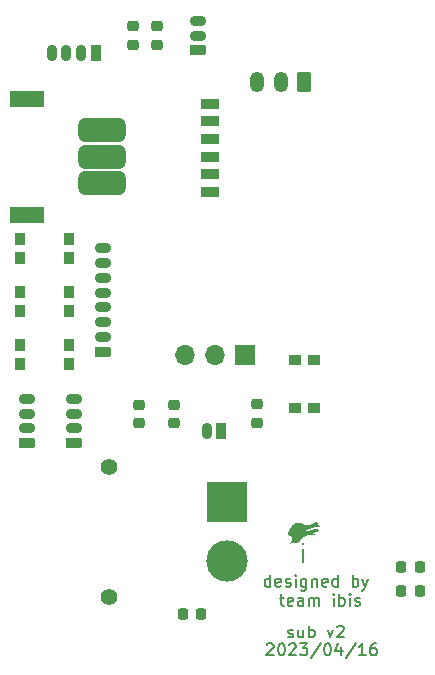
<source format=gbr>
%TF.GenerationSoftware,KiCad,Pcbnew,(6.0.8)*%
%TF.CreationDate,2023-04-16T02:33:25+09:00*%
%TF.ProjectId,ORION_sub_v2,4f52494f-4e5f-4737-9562-5f76322e6b69,rev?*%
%TF.SameCoordinates,Original*%
%TF.FileFunction,Soldermask,Top*%
%TF.FilePolarity,Negative*%
%FSLAX46Y46*%
G04 Gerber Fmt 4.6, Leading zero omitted, Abs format (unit mm)*
G04 Created by KiCad (PCBNEW (6.0.8)) date 2023-04-16 02:33:25*
%MOMM*%
%LPD*%
G01*
G04 APERTURE LIST*
G04 Aperture macros list*
%AMRoundRect*
0 Rectangle with rounded corners*
0 $1 Rounding radius*
0 $2 $3 $4 $5 $6 $7 $8 $9 X,Y pos of 4 corners*
0 Add a 4 corners polygon primitive as box body*
4,1,4,$2,$3,$4,$5,$6,$7,$8,$9,$2,$3,0*
0 Add four circle primitives for the rounded corners*
1,1,$1+$1,$2,$3*
1,1,$1+$1,$4,$5*
1,1,$1+$1,$6,$7*
1,1,$1+$1,$8,$9*
0 Add four rect primitives between the rounded corners*
20,1,$1+$1,$2,$3,$4,$5,0*
20,1,$1+$1,$4,$5,$6,$7,0*
20,1,$1+$1,$6,$7,$8,$9,0*
20,1,$1+$1,$8,$9,$2,$3,0*%
G04 Aperture macros list end*
%ADD10C,0.150000*%
%ADD11R,0.900000X1.000000*%
%ADD12RoundRect,0.218750X0.256250X-0.218750X0.256250X0.218750X-0.256250X0.218750X-0.256250X-0.218750X0*%
%ADD13RoundRect,0.218750X-0.218750X-0.256250X0.218750X-0.256250X0.218750X0.256250X-0.218750X0.256250X0*%
%ADD14RoundRect,0.225000X0.475000X-0.225000X0.475000X0.225000X-0.475000X0.225000X-0.475000X-0.225000X0*%
%ADD15O,1.400000X0.900000*%
%ADD16RoundRect,0.225000X0.225000X0.475000X-0.225000X0.475000X-0.225000X-0.475000X0.225000X-0.475000X0*%
%ADD17O,0.900000X1.400000*%
%ADD18RoundRect,0.218750X0.218750X0.256250X-0.218750X0.256250X-0.218750X-0.256250X0.218750X-0.256250X0*%
%ADD19R,1.450000X1.100000*%
%ADD20R,2.899999X1.350000*%
%ADD21RoundRect,0.218750X-0.256250X0.218750X-0.256250X-0.218750X0.256250X-0.218750X0.256250X0.218750X0*%
%ADD22R,1.700000X1.700000*%
%ADD23O,1.700000X1.700000*%
%ADD24R,1.000000X0.900000*%
%ADD25RoundRect,0.250000X0.350000X0.625000X-0.350000X0.625000X-0.350000X-0.625000X0.350000X-0.625000X0*%
%ADD26O,1.200000X1.750000*%
%ADD27C,1.400000*%
%ADD28R,3.500000X3.500000*%
%ADD29C,3.500000*%
%ADD30RoundRect,0.225000X-0.575000X0.225000X-0.575000X-0.225000X0.575000X-0.225000X0.575000X0.225000X0*%
%ADD31RoundRect,0.500000X1.500000X0.500000X-1.500000X0.500000X-1.500000X-0.500000X1.500000X-0.500000X0*%
%ADD32RoundRect,0.375000X0.375000X0.375000X-0.375000X0.375000X-0.375000X-0.375000X0.375000X-0.375000X0*%
G04 APERTURE END LIST*
D10*
X116333333Y-109047619D02*
X116380952Y-109000000D01*
X116476190Y-108952380D01*
X116714285Y-108952380D01*
X116809523Y-109000000D01*
X116857142Y-109047619D01*
X116904761Y-109142857D01*
X116904761Y-109238095D01*
X116857142Y-109380952D01*
X116285714Y-109952380D01*
X116904761Y-109952380D01*
X117523809Y-108952380D02*
X117619047Y-108952380D01*
X117714285Y-109000000D01*
X117761904Y-109047619D01*
X117809523Y-109142857D01*
X117857142Y-109333333D01*
X117857142Y-109571428D01*
X117809523Y-109761904D01*
X117761904Y-109857142D01*
X117714285Y-109904761D01*
X117619047Y-109952380D01*
X117523809Y-109952380D01*
X117428571Y-109904761D01*
X117380952Y-109857142D01*
X117333333Y-109761904D01*
X117285714Y-109571428D01*
X117285714Y-109333333D01*
X117333333Y-109142857D01*
X117380952Y-109047619D01*
X117428571Y-109000000D01*
X117523809Y-108952380D01*
X118238095Y-109047619D02*
X118285714Y-109000000D01*
X118380952Y-108952380D01*
X118619047Y-108952380D01*
X118714285Y-109000000D01*
X118761904Y-109047619D01*
X118809523Y-109142857D01*
X118809523Y-109238095D01*
X118761904Y-109380952D01*
X118190476Y-109952380D01*
X118809523Y-109952380D01*
X119142857Y-108952380D02*
X119761904Y-108952380D01*
X119428571Y-109333333D01*
X119571428Y-109333333D01*
X119666666Y-109380952D01*
X119714285Y-109428571D01*
X119761904Y-109523809D01*
X119761904Y-109761904D01*
X119714285Y-109857142D01*
X119666666Y-109904761D01*
X119571428Y-109952380D01*
X119285714Y-109952380D01*
X119190476Y-109904761D01*
X119142857Y-109857142D01*
X120904761Y-108904761D02*
X120047619Y-110190476D01*
X121428571Y-108952380D02*
X121523809Y-108952380D01*
X121619047Y-109000000D01*
X121666666Y-109047619D01*
X121714285Y-109142857D01*
X121761904Y-109333333D01*
X121761904Y-109571428D01*
X121714285Y-109761904D01*
X121666666Y-109857142D01*
X121619047Y-109904761D01*
X121523809Y-109952380D01*
X121428571Y-109952380D01*
X121333333Y-109904761D01*
X121285714Y-109857142D01*
X121238095Y-109761904D01*
X121190476Y-109571428D01*
X121190476Y-109333333D01*
X121238095Y-109142857D01*
X121285714Y-109047619D01*
X121333333Y-109000000D01*
X121428571Y-108952380D01*
X122619047Y-109285714D02*
X122619047Y-109952380D01*
X122380952Y-108904761D02*
X122142857Y-109619047D01*
X122761904Y-109619047D01*
X123857142Y-108904761D02*
X123000000Y-110190476D01*
X124714285Y-109952380D02*
X124142857Y-109952380D01*
X124428571Y-109952380D02*
X124428571Y-108952380D01*
X124333333Y-109095238D01*
X124238095Y-109190476D01*
X124142857Y-109238095D01*
X125571428Y-108952380D02*
X125380952Y-108952380D01*
X125285714Y-109000000D01*
X125238095Y-109047619D01*
X125142857Y-109190476D01*
X125095238Y-109380952D01*
X125095238Y-109761904D01*
X125142857Y-109857142D01*
X125190476Y-109904761D01*
X125285714Y-109952380D01*
X125476190Y-109952380D01*
X125571428Y-109904761D01*
X125619047Y-109857142D01*
X125666666Y-109761904D01*
X125666666Y-109523809D01*
X125619047Y-109428571D01*
X125571428Y-109380952D01*
X125476190Y-109333333D01*
X125285714Y-109333333D01*
X125190476Y-109380952D01*
X125142857Y-109428571D01*
X125095238Y-109523809D01*
X118142857Y-108404761D02*
X118238095Y-108452380D01*
X118428571Y-108452380D01*
X118523809Y-108404761D01*
X118571428Y-108309523D01*
X118571428Y-108261904D01*
X118523809Y-108166666D01*
X118428571Y-108119047D01*
X118285714Y-108119047D01*
X118190476Y-108071428D01*
X118142857Y-107976190D01*
X118142857Y-107928571D01*
X118190476Y-107833333D01*
X118285714Y-107785714D01*
X118428571Y-107785714D01*
X118523809Y-107833333D01*
X119428571Y-107785714D02*
X119428571Y-108452380D01*
X119000000Y-107785714D02*
X119000000Y-108309523D01*
X119047619Y-108404761D01*
X119142857Y-108452380D01*
X119285714Y-108452380D01*
X119380952Y-108404761D01*
X119428571Y-108357142D01*
X119904761Y-108452380D02*
X119904761Y-107452380D01*
X119904761Y-107833333D02*
X120000000Y-107785714D01*
X120190476Y-107785714D01*
X120285714Y-107833333D01*
X120333333Y-107880952D01*
X120380952Y-107976190D01*
X120380952Y-108261904D01*
X120333333Y-108357142D01*
X120285714Y-108404761D01*
X120190476Y-108452380D01*
X120000000Y-108452380D01*
X119904761Y-108404761D01*
X121476190Y-107785714D02*
X121714285Y-108452380D01*
X121952380Y-107785714D01*
X122285714Y-107547619D02*
X122333333Y-107500000D01*
X122428571Y-107452380D01*
X122666666Y-107452380D01*
X122761904Y-107500000D01*
X122809523Y-107547619D01*
X122857142Y-107642857D01*
X122857142Y-107738095D01*
X122809523Y-107880952D01*
X122238095Y-108452380D01*
X122857142Y-108452380D01*
X116642857Y-104147380D02*
X116642857Y-103147380D01*
X116642857Y-104099761D02*
X116547619Y-104147380D01*
X116357142Y-104147380D01*
X116261904Y-104099761D01*
X116214285Y-104052142D01*
X116166666Y-103956904D01*
X116166666Y-103671190D01*
X116214285Y-103575952D01*
X116261904Y-103528333D01*
X116357142Y-103480714D01*
X116547619Y-103480714D01*
X116642857Y-103528333D01*
X117500000Y-104099761D02*
X117404761Y-104147380D01*
X117214285Y-104147380D01*
X117119047Y-104099761D01*
X117071428Y-104004523D01*
X117071428Y-103623571D01*
X117119047Y-103528333D01*
X117214285Y-103480714D01*
X117404761Y-103480714D01*
X117500000Y-103528333D01*
X117547619Y-103623571D01*
X117547619Y-103718809D01*
X117071428Y-103814047D01*
X117928571Y-104099761D02*
X118023809Y-104147380D01*
X118214285Y-104147380D01*
X118309523Y-104099761D01*
X118357142Y-104004523D01*
X118357142Y-103956904D01*
X118309523Y-103861666D01*
X118214285Y-103814047D01*
X118071428Y-103814047D01*
X117976190Y-103766428D01*
X117928571Y-103671190D01*
X117928571Y-103623571D01*
X117976190Y-103528333D01*
X118071428Y-103480714D01*
X118214285Y-103480714D01*
X118309523Y-103528333D01*
X118785714Y-104147380D02*
X118785714Y-103480714D01*
X118785714Y-103147380D02*
X118738095Y-103195000D01*
X118785714Y-103242619D01*
X118833333Y-103195000D01*
X118785714Y-103147380D01*
X118785714Y-103242619D01*
X119690476Y-103480714D02*
X119690476Y-104290238D01*
X119642857Y-104385476D01*
X119595238Y-104433095D01*
X119500000Y-104480714D01*
X119357142Y-104480714D01*
X119261904Y-104433095D01*
X119690476Y-104099761D02*
X119595238Y-104147380D01*
X119404761Y-104147380D01*
X119309523Y-104099761D01*
X119261904Y-104052142D01*
X119214285Y-103956904D01*
X119214285Y-103671190D01*
X119261904Y-103575952D01*
X119309523Y-103528333D01*
X119404761Y-103480714D01*
X119595238Y-103480714D01*
X119690476Y-103528333D01*
X120166666Y-103480714D02*
X120166666Y-104147380D01*
X120166666Y-103575952D02*
X120214285Y-103528333D01*
X120309523Y-103480714D01*
X120452380Y-103480714D01*
X120547619Y-103528333D01*
X120595238Y-103623571D01*
X120595238Y-104147380D01*
X121452380Y-104099761D02*
X121357142Y-104147380D01*
X121166666Y-104147380D01*
X121071428Y-104099761D01*
X121023809Y-104004523D01*
X121023809Y-103623571D01*
X121071428Y-103528333D01*
X121166666Y-103480714D01*
X121357142Y-103480714D01*
X121452380Y-103528333D01*
X121500000Y-103623571D01*
X121500000Y-103718809D01*
X121023809Y-103814047D01*
X122357142Y-104147380D02*
X122357142Y-103147380D01*
X122357142Y-104099761D02*
X122261904Y-104147380D01*
X122071428Y-104147380D01*
X121976190Y-104099761D01*
X121928571Y-104052142D01*
X121880952Y-103956904D01*
X121880952Y-103671190D01*
X121928571Y-103575952D01*
X121976190Y-103528333D01*
X122071428Y-103480714D01*
X122261904Y-103480714D01*
X122357142Y-103528333D01*
X123595238Y-104147380D02*
X123595238Y-103147380D01*
X123595238Y-103528333D02*
X123690476Y-103480714D01*
X123880952Y-103480714D01*
X123976190Y-103528333D01*
X124023809Y-103575952D01*
X124071428Y-103671190D01*
X124071428Y-103956904D01*
X124023809Y-104052142D01*
X123976190Y-104099761D01*
X123880952Y-104147380D01*
X123690476Y-104147380D01*
X123595238Y-104099761D01*
X124404761Y-103480714D02*
X124642857Y-104147380D01*
X124880952Y-103480714D02*
X124642857Y-104147380D01*
X124547619Y-104385476D01*
X124500000Y-104433095D01*
X124404761Y-104480714D01*
X117428571Y-105090714D02*
X117809523Y-105090714D01*
X117571428Y-104757380D02*
X117571428Y-105614523D01*
X117619047Y-105709761D01*
X117714285Y-105757380D01*
X117809523Y-105757380D01*
X118523809Y-105709761D02*
X118428571Y-105757380D01*
X118238095Y-105757380D01*
X118142857Y-105709761D01*
X118095238Y-105614523D01*
X118095238Y-105233571D01*
X118142857Y-105138333D01*
X118238095Y-105090714D01*
X118428571Y-105090714D01*
X118523809Y-105138333D01*
X118571428Y-105233571D01*
X118571428Y-105328809D01*
X118095238Y-105424047D01*
X119428571Y-105757380D02*
X119428571Y-105233571D01*
X119380952Y-105138333D01*
X119285714Y-105090714D01*
X119095238Y-105090714D01*
X119000000Y-105138333D01*
X119428571Y-105709761D02*
X119333333Y-105757380D01*
X119095238Y-105757380D01*
X119000000Y-105709761D01*
X118952380Y-105614523D01*
X118952380Y-105519285D01*
X119000000Y-105424047D01*
X119095238Y-105376428D01*
X119333333Y-105376428D01*
X119428571Y-105328809D01*
X119904761Y-105757380D02*
X119904761Y-105090714D01*
X119904761Y-105185952D02*
X119952380Y-105138333D01*
X120047619Y-105090714D01*
X120190476Y-105090714D01*
X120285714Y-105138333D01*
X120333333Y-105233571D01*
X120333333Y-105757380D01*
X120333333Y-105233571D02*
X120380952Y-105138333D01*
X120476190Y-105090714D01*
X120619047Y-105090714D01*
X120714285Y-105138333D01*
X120761904Y-105233571D01*
X120761904Y-105757380D01*
X122000000Y-105757380D02*
X122000000Y-105090714D01*
X122000000Y-104757380D02*
X121952380Y-104805000D01*
X122000000Y-104852619D01*
X122047619Y-104805000D01*
X122000000Y-104757380D01*
X122000000Y-104852619D01*
X122476190Y-105757380D02*
X122476190Y-104757380D01*
X122476190Y-105138333D02*
X122571428Y-105090714D01*
X122761904Y-105090714D01*
X122857142Y-105138333D01*
X122904761Y-105185952D01*
X122952380Y-105281190D01*
X122952380Y-105566904D01*
X122904761Y-105662142D01*
X122857142Y-105709761D01*
X122761904Y-105757380D01*
X122571428Y-105757380D01*
X122476190Y-105709761D01*
X123380952Y-105757380D02*
X123380952Y-105090714D01*
X123380952Y-104757380D02*
X123333333Y-104805000D01*
X123380952Y-104852619D01*
X123428571Y-104805000D01*
X123380952Y-104757380D01*
X123380952Y-104852619D01*
X123809523Y-105709761D02*
X123904761Y-105757380D01*
X124095238Y-105757380D01*
X124190476Y-105709761D01*
X124238095Y-105614523D01*
X124238095Y-105566904D01*
X124190476Y-105471666D01*
X124095238Y-105424047D01*
X123952380Y-105424047D01*
X123857142Y-105376428D01*
X123809523Y-105281190D01*
X123809523Y-105233571D01*
X123857142Y-105138333D01*
X123952380Y-105090714D01*
X124095238Y-105090714D01*
X124190476Y-105138333D01*
%TO.C,LG1*%
G36*
X119480152Y-100420086D02*
G01*
X119481314Y-100420703D01*
X119512723Y-100458036D01*
X119520000Y-100507603D01*
X119504814Y-100575459D01*
X119465635Y-100620617D01*
X119412023Y-100638659D01*
X119353544Y-100625167D01*
X119320000Y-100600000D01*
X119285212Y-100544531D01*
X119283530Y-100489794D01*
X119308568Y-100442884D01*
X119353942Y-100410898D01*
X119413264Y-100400933D01*
X119480152Y-100420086D01*
G37*
G36*
X120558410Y-98680438D02*
G01*
X120590118Y-98719863D01*
X120599627Y-98734172D01*
X120642152Y-98794779D01*
X120695247Y-98864773D01*
X120723575Y-98900039D01*
X120765599Y-98956701D01*
X120803551Y-99017682D01*
X120832990Y-99074229D01*
X120849477Y-99117589D01*
X120848571Y-99139009D01*
X120845268Y-99139912D01*
X120820188Y-99133621D01*
X120768115Y-99117100D01*
X120699666Y-99093739D01*
X120690000Y-99090334D01*
X120612511Y-99065605D01*
X120542136Y-99047724D01*
X120493700Y-99040438D01*
X120492575Y-99040421D01*
X120453524Y-99048813D01*
X120387534Y-99072064D01*
X120303259Y-99106792D01*
X120209357Y-99149612D01*
X120192575Y-99157688D01*
X120083330Y-99208517D01*
X119968057Y-99258538D01*
X119860894Y-99301811D01*
X119780000Y-99331085D01*
X119694765Y-99359686D01*
X119616681Y-99387058D01*
X119559063Y-99408496D01*
X119546977Y-99413397D01*
X119497745Y-99431638D01*
X119463436Y-99439950D01*
X119461977Y-99440000D01*
X119441156Y-99455514D01*
X119440000Y-99462798D01*
X119457726Y-99476685D01*
X119506493Y-99478157D01*
X119579685Y-99468287D01*
X119670685Y-99448144D01*
X119772876Y-99418800D01*
X119830000Y-99399642D01*
X120072906Y-99322344D01*
X120290192Y-99270790D01*
X120450000Y-99247897D01*
X120526902Y-99242409D01*
X120579742Y-99245105D01*
X120624116Y-99258949D01*
X120675620Y-99286905D01*
X120685023Y-99292558D01*
X120741852Y-99330805D01*
X120769463Y-99362080D01*
X120775356Y-99395274D01*
X120775023Y-99399214D01*
X120762972Y-99434701D01*
X120728662Y-99455329D01*
X120694918Y-99463918D01*
X120631234Y-99482686D01*
X120556622Y-99512320D01*
X120524918Y-99527293D01*
X120450060Y-99560752D01*
X120361400Y-99594449D01*
X120310000Y-99611317D01*
X120244464Y-99632361D01*
X120194608Y-99650776D01*
X120173650Y-99661078D01*
X120185883Y-99667350D01*
X120231100Y-99674624D01*
X120302327Y-99682038D01*
X120392590Y-99688731D01*
X120402228Y-99689317D01*
X120500812Y-99696436D01*
X120587730Y-99704986D01*
X120653524Y-99713888D01*
X120688578Y-99721993D01*
X120702912Y-99731792D01*
X120680861Y-99733486D01*
X120640000Y-99729656D01*
X120575572Y-99726851D01*
X120480861Y-99728625D01*
X120365230Y-99734270D01*
X120238044Y-99743078D01*
X120108667Y-99754339D01*
X119986465Y-99767346D01*
X119880802Y-99781389D01*
X119820712Y-99791648D01*
X119668132Y-99839747D01*
X119506338Y-99925726D01*
X119336481Y-100048829D01*
X119159711Y-100208301D01*
X119110000Y-100258473D01*
X119029335Y-100337785D01*
X118960747Y-100392236D01*
X118892361Y-100427261D01*
X118812307Y-100448293D01*
X118708711Y-100460766D01*
X118660000Y-100464440D01*
X118561262Y-100471903D01*
X118467294Y-100480174D01*
X118391685Y-100488003D01*
X118361302Y-100491894D01*
X118272605Y-100504906D01*
X118362121Y-100402576D01*
X118427117Y-100314675D01*
X118469913Y-100228388D01*
X118476293Y-100208063D01*
X118488105Y-100156699D01*
X118489216Y-100115771D01*
X118477331Y-100071094D01*
X118450154Y-100008485D01*
X118440760Y-99988492D01*
X118383509Y-99891893D01*
X118313654Y-99826718D01*
X118221253Y-99785374D01*
X118154069Y-99769443D01*
X118106349Y-99756320D01*
X118081166Y-99741259D01*
X118080000Y-99737927D01*
X118088867Y-99713660D01*
X118112694Y-99662905D01*
X118147316Y-99594305D01*
X118170346Y-99550414D01*
X118215282Y-99458505D01*
X118256073Y-99362064D01*
X118285824Y-99277811D01*
X118292111Y-99255261D01*
X118314706Y-99180223D01*
X118344200Y-99122976D01*
X118390380Y-99067288D01*
X118427943Y-99030000D01*
X118495944Y-98961892D01*
X118565830Y-98887224D01*
X118611987Y-98834491D01*
X118691616Y-98738982D01*
X118920808Y-98727292D01*
X119020153Y-98722633D01*
X119090096Y-98721643D01*
X119141178Y-98725815D01*
X119183937Y-98736641D01*
X119228913Y-98755612D01*
X119272404Y-98777069D01*
X119391440Y-98834761D01*
X119486843Y-98874855D01*
X119569268Y-98900355D01*
X119649368Y-98914267D01*
X119737797Y-98919597D01*
X119779082Y-98920000D01*
X119869477Y-98917891D01*
X119945163Y-98909451D01*
X120016189Y-98891510D01*
X120092603Y-98860897D01*
X120184453Y-98814442D01*
X120277654Y-98762691D01*
X120353761Y-98722613D01*
X120425165Y-98690221D01*
X120478406Y-98671521D01*
X120485286Y-98670025D01*
X120528151Y-98666454D01*
X120558410Y-98680438D01*
G37*
G36*
X120880000Y-99770000D02*
G01*
X120870000Y-99780000D01*
X120860000Y-99770000D01*
X120870000Y-99760000D01*
X120880000Y-99770000D01*
G37*
G36*
X116896624Y-97730173D02*
G01*
X116900000Y-97738819D01*
X116886766Y-97764936D01*
X116861116Y-97771190D01*
X116852789Y-97766122D01*
X116840623Y-97737090D01*
X116862029Y-97720580D01*
X116870000Y-97720000D01*
X116896624Y-97730173D01*
G37*
G36*
X119480000Y-102160000D02*
G01*
X119320000Y-102160000D01*
X119320000Y-100980000D01*
X119480000Y-100980000D01*
X119480000Y-102160000D01*
G37*
G36*
X120776909Y-99748090D02*
G01*
X120798212Y-99766681D01*
X120800000Y-99771180D01*
X120790508Y-99779400D01*
X120770747Y-99760981D01*
X120768090Y-99756909D01*
X120765732Y-99743223D01*
X120776909Y-99748090D01*
G37*
%TD*%
D11*
%TO.C,SW2*%
X99550000Y-83700000D03*
X95450000Y-83700000D03*
X95450000Y-85300000D03*
X99550000Y-85300000D03*
%TD*%
D12*
%TO.C,D6*%
X107000000Y-58287500D03*
X107000000Y-56712500D03*
%TD*%
D13*
%TO.C,D7*%
X109212500Y-106500000D03*
X110787500Y-106500000D03*
%TD*%
D14*
%TO.C,J13*%
X102500000Y-84250000D03*
D15*
X102500000Y-83000000D03*
X102500000Y-81750000D03*
X102500000Y-80500000D03*
X102500000Y-79250000D03*
X102500000Y-78000000D03*
X102500000Y-76750000D03*
X102500000Y-75500000D03*
%TD*%
D12*
%TO.C,D5*%
X105000000Y-58287500D03*
X105000000Y-56712500D03*
%TD*%
D11*
%TO.C,SW3*%
X99550000Y-74700000D03*
X95450000Y-74700000D03*
X99550000Y-76300000D03*
X95450000Y-76300000D03*
%TD*%
D16*
%TO.C,J1*%
X112500000Y-91000000D03*
D17*
X111250000Y-91000000D03*
%TD*%
D18*
%TO.C,D10*%
X129287500Y-104500000D03*
X127712500Y-104500000D03*
%TD*%
D19*
%TO.C,J11*%
X102050000Y-65771500D03*
X102050000Y-67771501D03*
X102050000Y-69771500D03*
D20*
X96075001Y-62876502D03*
X96075001Y-72666498D03*
%TD*%
D21*
%TO.C,D3*%
X105500000Y-88747500D03*
X105500000Y-90322500D03*
%TD*%
D11*
%TO.C,SW4*%
X99550000Y-79200000D03*
X95450000Y-79200000D03*
X95450000Y-80800000D03*
X99550000Y-80800000D03*
%TD*%
D14*
%TO.C,J6*%
X100000000Y-92000000D03*
D15*
X100000000Y-90750000D03*
X100000000Y-89500000D03*
X100000000Y-88250000D03*
%TD*%
D21*
%TO.C,D2*%
X115500000Y-88712500D03*
X115500000Y-90287500D03*
%TD*%
D16*
%TO.C,J3*%
X101875000Y-59000000D03*
D17*
X100625000Y-59000000D03*
X99375000Y-59000000D03*
X98125000Y-59000000D03*
%TD*%
D22*
%TO.C,J12*%
X114500000Y-84500000D03*
D23*
X111960000Y-84500000D03*
X109420000Y-84500000D03*
%TD*%
D14*
%TO.C,J7*%
X110500000Y-58750000D03*
D15*
X110500000Y-57500000D03*
X110500000Y-56250000D03*
%TD*%
D18*
%TO.C,D4*%
X129287500Y-102500000D03*
X127712500Y-102500000D03*
%TD*%
D24*
%TO.C,SW1*%
X118700000Y-84950000D03*
X118700000Y-89050000D03*
X120300000Y-89050000D03*
X120300000Y-84950000D03*
%TD*%
D25*
%TO.C,J2*%
X119500000Y-61450000D03*
D26*
X117500000Y-61450000D03*
X115500000Y-61450000D03*
%TD*%
D27*
%TO.C,J4*%
X103000000Y-105000000D03*
X103000000Y-94000000D03*
D28*
X113000000Y-97000000D03*
D29*
X113000000Y-102000000D03*
%TD*%
D14*
%TO.C,J8*%
X96000000Y-92000000D03*
D15*
X96000000Y-90750000D03*
X96000000Y-89500000D03*
X96000000Y-88250000D03*
%TD*%
D21*
%TO.C,D1*%
X108500000Y-88747500D03*
X108500000Y-90322500D03*
%TD*%
D30*
%TO.C,P1*%
X111500000Y-63250000D03*
X111500000Y-64750000D03*
X111500000Y-66250000D03*
X111500000Y-67750000D03*
X111500000Y-69250000D03*
X111500000Y-70750000D03*
%TD*%
D31*
%TO.C,J10*%
X102400000Y-65500000D03*
D32*
X103600000Y-65500000D03*
X101200000Y-65500000D03*
%TD*%
D31*
%TO.C,J9*%
X102400000Y-70000000D03*
D32*
X101200000Y-70000000D03*
X103600000Y-70000000D03*
%TD*%
%TO.C,J5*%
X103600000Y-67750000D03*
X101200000Y-67750000D03*
D31*
X102400000Y-67750000D03*
%TD*%
M02*

</source>
